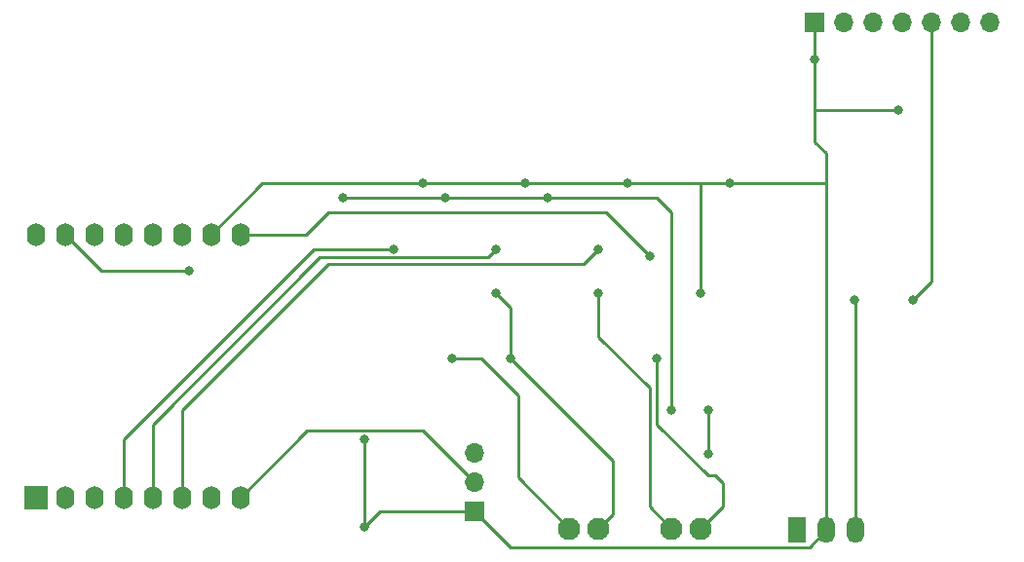
<source format=gbr>
%TF.GenerationSoftware,KiCad,Pcbnew,(7.0.0-0)*%
%TF.CreationDate,2023-05-22T11:06:44+02:00*%
%TF.ProjectId,garage-door-driver,67617261-6765-42d6-946f-6f722d647269,rev?*%
%TF.SameCoordinates,Original*%
%TF.FileFunction,Copper,L2,Bot*%
%TF.FilePolarity,Positive*%
%FSLAX46Y46*%
G04 Gerber Fmt 4.6, Leading zero omitted, Abs format (unit mm)*
G04 Created by KiCad (PCBNEW (7.0.0-0)) date 2023-05-22 11:06:44*
%MOMM*%
%LPD*%
G01*
G04 APERTURE LIST*
%TA.AperFunction,ComponentPad*%
%ADD10R,1.700000X1.700000*%
%TD*%
%TA.AperFunction,ComponentPad*%
%ADD11O,1.700000X1.700000*%
%TD*%
%TA.AperFunction,ComponentPad*%
%ADD12R,2.000000X2.000000*%
%TD*%
%TA.AperFunction,ComponentPad*%
%ADD13O,1.600000X2.000000*%
%TD*%
%TA.AperFunction,ComponentPad*%
%ADD14C,1.950000*%
%TD*%
%TA.AperFunction,ComponentPad*%
%ADD15R,1.500000X2.300000*%
%TD*%
%TA.AperFunction,ComponentPad*%
%ADD16O,1.500000X2.300000*%
%TD*%
%TA.AperFunction,ViaPad*%
%ADD17C,0.800000*%
%TD*%
%TA.AperFunction,Conductor*%
%ADD18C,0.250000*%
%TD*%
G04 APERTURE END LIST*
D10*
%TO.P,J1,1,Pin_1*%
%TO.N,GND*%
X160654999Y-103444999D03*
D11*
%TO.P,J1,2,Pin_2*%
%TO.N,+3V3*%
X160654999Y-100904999D03*
%TO.P,J1,3,Pin_3*%
%TO.N,Net-(J1-Pin_3)*%
X160654999Y-98364999D03*
%TD*%
D12*
%TO.P,U2,1,~{RST}*%
%TO.N,unconnected-(U2-~{RST}-Pad1)*%
X122554999Y-102234999D03*
D13*
%TO.P,U2,2,A0*%
%TO.N,unconnected-(U2-A0-Pad2)*%
X125094999Y-102234999D03*
%TO.P,U2,3,D0*%
%TO.N,unconnected-(U2-D0-Pad3)*%
X127634999Y-102234999D03*
%TO.P,U2,4,SCK/D5*%
%TO.N,Net-(U2-SCK{slash}D5)*%
X130174999Y-102234999D03*
%TO.P,U2,5,MISO/D6*%
%TO.N,Net-(U2-MISO{slash}D6)*%
X132714999Y-102234999D03*
%TO.P,U2,6,MOSI/D7*%
%TO.N,Net-(U2-MOSI{slash}D7)*%
X135254999Y-102234999D03*
%TO.P,U2,7,CS/D8*%
%TO.N,unconnected-(U2-CS{slash}D8-Pad7)*%
X137794999Y-102234999D03*
%TO.P,U2,8,3V3*%
%TO.N,+3V3*%
X140334999Y-102234999D03*
%TO.P,U2,9,5V*%
%TO.N,+5V*%
X140334999Y-79374999D03*
%TO.P,U2,10,GND*%
%TO.N,GND*%
X137794999Y-79374999D03*
%TO.P,U2,11,D4*%
%TO.N,unconnected-(U2-D4-Pad11)*%
X135254999Y-79374999D03*
%TO.P,U2,12,D3*%
%TO.N,unconnected-(U2-D3-Pad12)*%
X132714999Y-79374999D03*
%TO.P,U2,13,SDA/D2*%
%TO.N,Net-(D4-A)*%
X130174999Y-79374999D03*
%TO.P,U2,14,SCL/D1*%
%TO.N,Net-(D2-A)*%
X127634999Y-79374999D03*
%TO.P,U2,15,RX*%
%TO.N,Net-(J1-Pin_3)*%
X125094999Y-79374999D03*
%TO.P,U2,16,TX*%
%TO.N,unconnected-(U2-TX-Pad16)*%
X122554999Y-79374999D03*
%TD*%
D10*
%TO.P,J4,1,Pin_1*%
%TO.N,GND*%
X190245999Y-60959999D03*
D11*
%TO.P,J4,2,Pin_2*%
%TO.N,unconnected-(J4-Pin_2-Pad2)*%
X192785999Y-60959999D03*
%TO.P,J4,3,Pin_3*%
%TO.N,Net-(J4-Pin_3)*%
X195325999Y-60959999D03*
%TO.P,J4,4,Pin_4*%
%TO.N,unconnected-(J4-Pin_4-Pad4)*%
X197865999Y-60959999D03*
%TO.P,J4,5,Pin_5*%
%TO.N,+24V*%
X200405999Y-60959999D03*
%TO.P,J4,6,Pin_6*%
%TO.N,unconnected-(J4-Pin_6-Pad6)*%
X202945999Y-60959999D03*
%TO.P,J4,7,Pin_7*%
%TO.N,Net-(J4-Pin_7)*%
X205485999Y-60959999D03*
%TD*%
D14*
%TO.P,J2,1,Pin_1*%
%TO.N,Net-(J2-Pin_1)*%
X180340000Y-104925000D03*
%TO.P,J2,2,Pin_2*%
%TO.N,Net-(J2-Pin_2)*%
X177800000Y-104925000D03*
%TD*%
D15*
%TO.P,U1,1,IN*%
%TO.N,+24V*%
X188687999Y-105077499D03*
D16*
%TO.P,U1,2,GND*%
%TO.N,GND*%
X191227999Y-105077499D03*
%TO.P,U1,3,OUT*%
%TO.N,+5V*%
X193767999Y-105077499D03*
%TD*%
D14*
%TO.P,J3,1,Pin_1*%
%TO.N,Net-(J3-Pin_1)*%
X171450000Y-104925000D03*
%TO.P,J3,2,Pin_2*%
%TO.N,Net-(J3-Pin_2)*%
X168910000Y-104925000D03*
%TD*%
D17*
%TO.N,+24V*%
X198755000Y-85090000D03*
%TO.N,GND*%
X151130000Y-97155000D03*
X156210000Y-74930000D03*
X182880000Y-74930000D03*
X173990000Y-74930000D03*
X190246000Y-64135000D03*
X197485000Y-68580000D03*
X165100000Y-74930000D03*
X151130000Y-104775000D03*
X180340000Y-84455000D03*
%TO.N,+5V*%
X175895000Y-81280000D03*
X193675000Y-85090000D03*
%TO.N,+3V3*%
X158115000Y-76200000D03*
X167005000Y-76200000D03*
X177800000Y-94615000D03*
X149225000Y-76200000D03*
%TO.N,Net-(D4-A)*%
X180975000Y-98425000D03*
X180975000Y-94615000D03*
%TO.N,Net-(J1-Pin_3)*%
X135890000Y-82550000D03*
%TO.N,Net-(U2-SCK{slash}D5)*%
X153670000Y-80645000D03*
%TO.N,Net-(J3-Pin_2)*%
X158750000Y-90170000D03*
%TO.N,Net-(U2-MISO{slash}D6)*%
X162560000Y-80645000D03*
%TO.N,Net-(J3-Pin_1)*%
X163830000Y-90170000D03*
X162560000Y-84455000D03*
%TO.N,Net-(U2-MOSI{slash}D7)*%
X171450000Y-80645000D03*
%TO.N,Net-(J2-Pin_1)*%
X176530000Y-90170000D03*
%TO.N,Net-(J2-Pin_2)*%
X171450000Y-84455000D03*
%TD*%
D18*
%TO.N,+24V*%
X200406000Y-60960000D02*
X200406000Y-83439000D01*
X200406000Y-83439000D02*
X198755000Y-85090000D01*
%TO.N,GND*%
X191228000Y-72297777D02*
X190246000Y-71315777D01*
X180340000Y-84455000D02*
X180340000Y-74930000D01*
X190246000Y-66040000D02*
X190246000Y-68580000D01*
X189753000Y-106552500D02*
X163762500Y-106552500D01*
X190246000Y-64135000D02*
X190246000Y-66040000D01*
X197485000Y-68580000D02*
X190246000Y-68580000D01*
X191228000Y-105077500D02*
X191228000Y-74930000D01*
X190246000Y-68580000D02*
X190246000Y-71315777D01*
X165100000Y-74930000D02*
X173990000Y-74930000D01*
X142240000Y-74930000D02*
X156210000Y-74930000D01*
X151130000Y-97155000D02*
X151130000Y-104775000D01*
X160655000Y-103445000D02*
X152460000Y-103445000D01*
X163762500Y-106552500D02*
X160655000Y-103445000D01*
X180340000Y-74930000D02*
X182880000Y-74930000D01*
X182880000Y-74930000D02*
X191228000Y-74930000D01*
X156210000Y-74930000D02*
X165100000Y-74930000D01*
X190246000Y-60960000D02*
X190246000Y-64135000D01*
X152460000Y-103445000D02*
X151130000Y-104775000D01*
X191228000Y-105077500D02*
X189753000Y-106552500D01*
X173990000Y-74930000D02*
X180340000Y-74930000D01*
X137795000Y-79375000D02*
X142240000Y-74930000D01*
X191228000Y-74930000D02*
X191228000Y-72297777D01*
%TO.N,+5V*%
X147955000Y-77470000D02*
X172085000Y-77470000D01*
X140335000Y-79375000D02*
X146050000Y-79375000D01*
X172085000Y-77470000D02*
X175895000Y-81280000D01*
X193768000Y-85183000D02*
X193768000Y-105077500D01*
X146050000Y-79375000D02*
X147955000Y-77470000D01*
X193675000Y-85090000D02*
X193768000Y-85183000D01*
%TO.N,+3V3*%
X140335000Y-102235000D02*
X146140000Y-96430000D01*
X176530000Y-76200000D02*
X177800000Y-77470000D01*
X167005000Y-76200000D02*
X176530000Y-76200000D01*
X146140000Y-96430000D02*
X156180000Y-96430000D01*
X158115000Y-76200000D02*
X167005000Y-76200000D01*
X149225000Y-76200000D02*
X158115000Y-76200000D01*
X156180000Y-96430000D02*
X160655000Y-100905000D01*
X177800000Y-77470000D02*
X177800000Y-94615000D01*
%TO.N,Net-(D4-A)*%
X180975000Y-94615000D02*
X180975000Y-98425000D01*
%TO.N,Net-(J1-Pin_3)*%
X125095000Y-79375000D02*
X128270000Y-82550000D01*
X128270000Y-82550000D02*
X135890000Y-82550000D01*
%TO.N,Net-(U2-SCK{slash}D5)*%
X153670000Y-80645000D02*
X146685000Y-80645000D01*
X130175000Y-102235000D02*
X130175000Y-97155000D01*
X130175000Y-97155000D02*
X146685000Y-80645000D01*
%TO.N,Net-(J3-Pin_2)*%
X168910000Y-104925000D02*
X164465000Y-100480000D01*
X164465000Y-100480000D02*
X164465000Y-93345000D01*
X161290000Y-90170000D02*
X158750000Y-90170000D01*
X164465000Y-93345000D02*
X161290000Y-90170000D01*
%TO.N,Net-(U2-MISO{slash}D6)*%
X132715000Y-95885000D02*
X147230000Y-81370000D01*
X132715000Y-102235000D02*
X132715000Y-95885000D01*
X162560000Y-80645000D02*
X161835000Y-81370000D01*
X161835000Y-81370000D02*
X147230000Y-81370000D01*
%TO.N,Net-(J3-Pin_1)*%
X162560000Y-84455000D02*
X163830000Y-85725000D01*
X163830000Y-85725000D02*
X163830000Y-90170000D01*
X172720000Y-103655000D02*
X172720000Y-99060000D01*
X171450000Y-104925000D02*
X172720000Y-103655000D01*
X172720000Y-99060000D02*
X163830000Y-90170000D01*
%TO.N,Net-(U2-MOSI{slash}D7)*%
X135255000Y-94615000D02*
X135255000Y-102235000D01*
X171450000Y-80645000D02*
X170180000Y-81915000D01*
X170180000Y-81915000D02*
X147955000Y-81915000D01*
X147955000Y-81915000D02*
X135255000Y-94615000D01*
%TO.N,Net-(J2-Pin_1)*%
X180975000Y-100330000D02*
X176530000Y-95885000D01*
X180340000Y-104925000D02*
X182245000Y-103020000D01*
X182245000Y-100965000D02*
X181610000Y-100330000D01*
X182245000Y-103020000D02*
X182245000Y-100965000D01*
X176530000Y-95885000D02*
X176530000Y-90170000D01*
X181610000Y-100330000D02*
X180975000Y-100330000D01*
%TO.N,Net-(J2-Pin_2)*%
X177800000Y-104925000D02*
X175895000Y-103020000D01*
X175895000Y-92710000D02*
X171450000Y-88265000D01*
X171450000Y-88265000D02*
X171450000Y-84455000D01*
X175895000Y-103020000D02*
X175895000Y-92710000D01*
%TD*%
M02*

</source>
